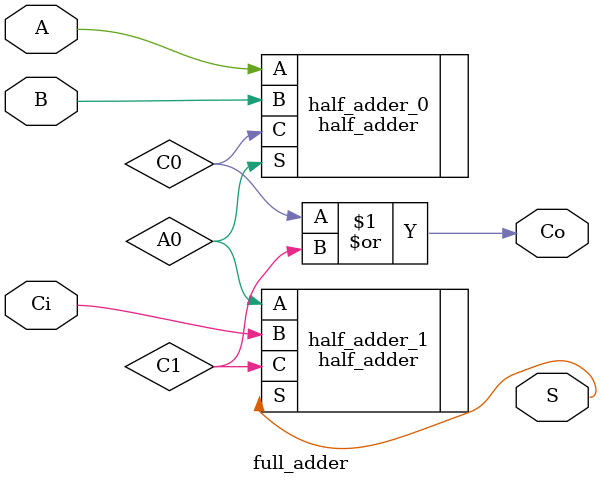
<source format=v>
/*******************************************************************
**ÎÒÃÇµÄFPGA¿ª·¢Íø
**ÍøÕ¾£ºwww.OurFPGA.com
**ÌÔ±¦£ºOurFPGA.taobao.com
**ÓÊÏä: OurFPGA@gmail.com
**»¶Ó­´ó¼ÒµÇÂ½ÍøÕ¾£¬²ÎÓëFPGA¼°µç×Ó¼¼ÊõÌÖÂÛ£¬ÏÂÔØÃâ·ÑÊÓÆµ½Ì³Ì¼°×ÊÁÏ
*****************ÎÄ¼þÐÅÏ¢********************************************
**´´½¨ÈÕÆÚ£º   2011.06.01
**°æ±¾ºÅ£º     version 1.0
**¹¦ÄÜÃèÊö£º    È«¼ÓÆ÷ÃèÊö£¬ÓÉÁ½¸ö°ë¼ÓÆ÷Á¬½Ó¶ø³É	     
********************************************************************/

module full_adder(
    A,						//ÊäÈëÑ¡ÔñµØÖ·ÓÉ¿ª¹Ø¾ö¶¨£¬0£º°´ÏÂ£¬1£ºÎ´°´ÏÂ
	B,						//ÊäÈëÑ¡ÔñµØÖ·ÓÉ¿ª¹Ø¾ö¶¨£¬0£º°´ÏÂ£¬1£ºÎ´°´ÏÂ
	Ci,						//µ×Î»½øÎ»ÖµÊäÈëÑ¡ÔñµØÖ·ÓÉ¿ª¹Ø¾ö¶¨£¬0£º°´ÏÂ£¬1£ºÎ´°´ÏÂ
	
	S,						//±¾Î»ºÍ£¬Êä³ö£¬0£ºµãÁÁ£¬1£ºÏ¨Ãð
	Co						//Ïò¸ßÎ»½øÎ»£¬Êä³ö£¬0£ºµãÁÁ£¬1£ºÏ¨Ãð
    );
input			A;				//ÊäÈë¶Ë¿Ú
input			B;				//ÊäÈë¶Ë¿Ú
input			Ci;				//ÊäÈë¶Ë¿Ú

output		S;				//Êä³ö¶Ë¿Ú
output		Co;				//Êä³ö¶Ë¿Ú

wire			C0;				//ÍøÏßËµÃ÷
wire			C1;				//ÍøÏßËµÃ÷

assign Co = C0 | C1;				//»òÃÅ£¬°ÑÁ½¸ö°ë¼ÓÆ÷Êä³ö»òºóµ½È«¼ÓÆ÷Êä³ö

half_adder half_adder_0(			//µÚÒ»¸ö°ë¼ÓÆ÷Àý»¯
	.A(A),					//¶Ë¿ÚA
	.B(B),					//¶Ë¿ÚB
	
	.S(A0),					//¶Ë¿ÚS
	.C(C0)					//¶Ë¿ÚC
	);
	
half_adder half_adder_1(
	.A(A0),					//¶Ë¿ÚA	
	.B(Ci),					//¶Ë¿ÚB
	
	.S(S),						//¶Ë¿ÚS			
	.C(C1)					//¶Ë¿ÚC	
	);

endmodule

</source>
